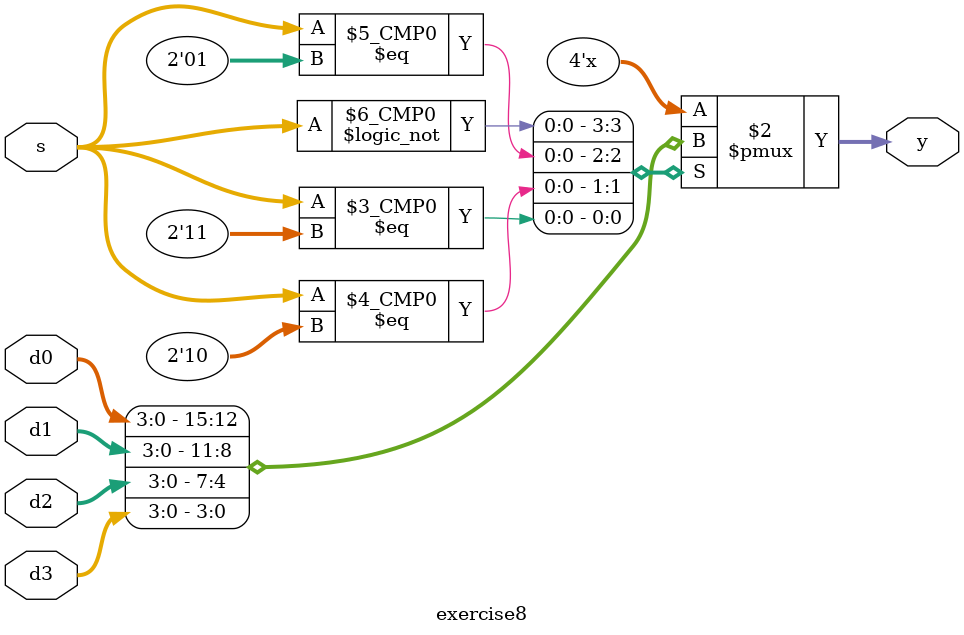
<source format=sv>
module exercise10
(
	input logic a, b, c,
	output logic y
);
	exercise8 #(1) mux4_1(~c, c, 1'b1, 1'b0, {a, b}, y);
endmodule

module exercise8
#(parameter width = 4)
(
	input logic [width - 1:0] d0, d1, d2, d3,
	input logic [1:0] s,
	output logic [width - 1:0] y
);
	always_comb
		case(s)
			0: y = d0;
			1: y = d1;
			2: y = d2;
			3: y = d3;
		endcase
endmodule

</source>
